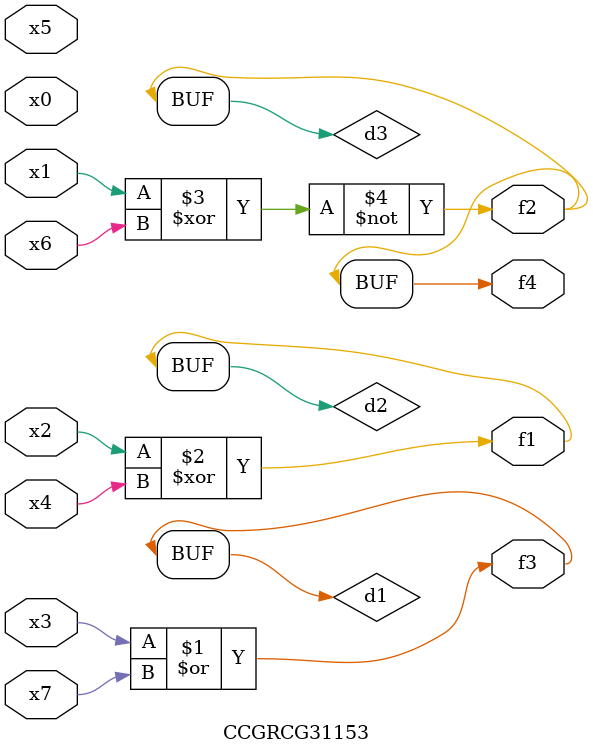
<source format=v>
module CCGRCG31153(
	input x0, x1, x2, x3, x4, x5, x6, x7,
	output f1, f2, f3, f4
);

	wire d1, d2, d3;

	or (d1, x3, x7);
	xor (d2, x2, x4);
	xnor (d3, x1, x6);
	assign f1 = d2;
	assign f2 = d3;
	assign f3 = d1;
	assign f4 = d3;
endmodule

</source>
